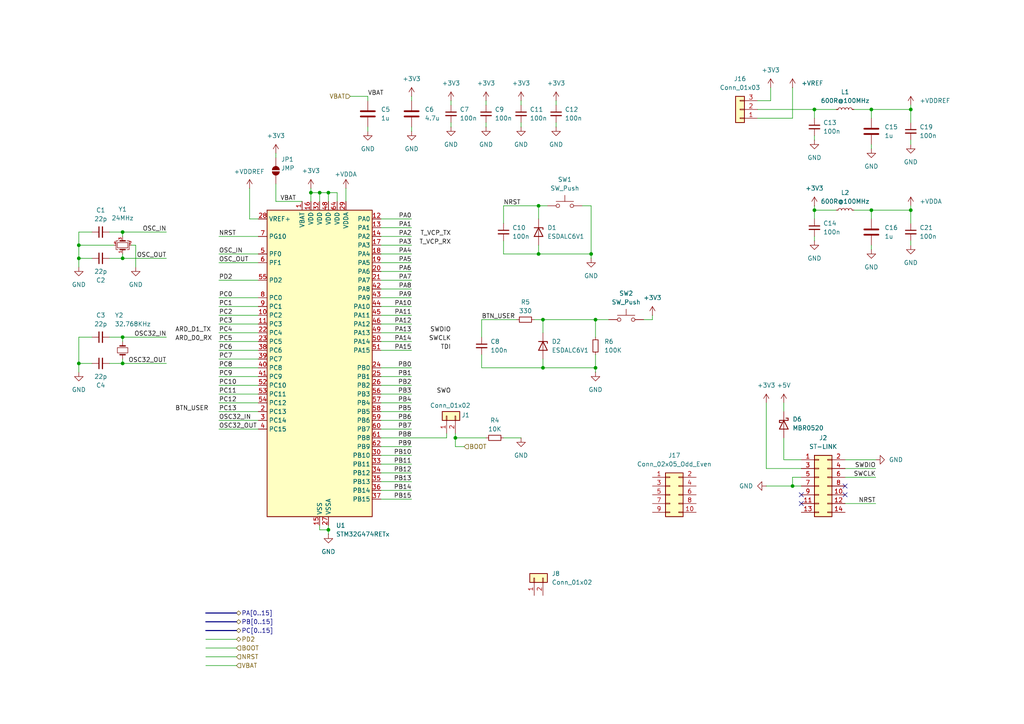
<source format=kicad_sch>
(kicad_sch (version 20231120) (generator "eeschema") (generator_version "8.0")
  (paper "A4")
  (lib_symbols
    (symbol "Connector_Generic:Conn_01x02" (pin_names (offset 1.016) hide)
      (property "Reference" "J" (at 0 2.54 0))
      (property "Value" "Conn_01x02" (at 0 -5.08 0))
      (symbol "Conn_01x02_1_1"
        (pin passive line (at -5.08 0 0) (length 3.81) (name "Pin_1") (number "1"))
        (pin passive line (at -5.08 -2.54 0) (length 3.81) (name "Pin_2") (number "2"))
      )
    )
    (symbol "Connector_Generic:Conn_01x03" (pin_names (offset 1.016) hide)
      (property "Reference" "J" (at 0 5.08 0))
      (property "Value" "Conn_01x03" (at 0 -5.08 0))
      (symbol "Conn_01x03_1_1"
        (pin passive line (at -5.08 2.54 0) (length 3.81) (name "Pin_1") (number "1"))
        (pin passive line (at -5.08 0 0) (length 3.81) (name "Pin_2") (number "2"))
        (pin passive line (at -5.08 -2.54 0) (length 3.81) (name "Pin_3") (number "3"))
      )
    )
    (symbol "Connector_Generic:Conn_02x05_Odd_Even" (pin_names (offset 1.016) hide)
      (property "Reference" "J" (at 1.27 7.62 0))
      (property "Value" "Conn_02x05_Odd_Even" (at 1.27 -7.62 0))
      (symbol "Conn_02x05_Odd_Even_1_1"
        (pin passive line (at -5.08 5.08 0) (length 3.81) (name "Pin_1") (number "1"))
        (pin passive line (at 7.62 -5.08 180) (length 3.81) (name "Pin_10") (number "10"))
        (pin passive line (at 7.62 5.08 180) (length 3.81) (name "Pin_2") (number "2"))
        (pin passive line (at -5.08 2.54 0) (length 3.81) (name "Pin_3") (number "3"))
        (pin passive line (at 7.62 2.54 180) (length 3.81) (name "Pin_4") (number "4"))
        (pin passive line (at -5.08 0 0) (length 3.81) (name "Pin_5") (number "5"))
        (pin passive line (at 7.62 0 180) (length 3.81) (name "Pin_6") (number "6"))
        (pin passive line (at -5.08 -2.54 0) (length 3.81) (name "Pin_7") (number "7"))
        (pin passive line (at 7.62 -2.54 180) (length 3.81) (name "Pin_8") (number "8"))
        (pin passive line (at -5.08 -5.08 0) (length 3.81) (name "Pin_9") (number "9"))
      )
    )
    (symbol "Connector_Generic:Conn_02x07_Odd_Even" (pin_names (offset 1.016) hide)
      (property "Reference" "J" (at 1.27 10.16 0))
      (property "Value" "Conn_02x07_Odd_Even" (at 1.27 -10.16 0))
      (symbol "Conn_02x07_Odd_Even_1_1"
        (pin passive line (at -5.08 7.62 0) (length 3.81) (name "Pin_1") (number "1"))
        (pin passive line (at 7.62 -2.54 180) (length 3.81) (name "Pin_10") (number "10"))
        (pin passive line (at -5.08 -5.08 0) (length 3.81) (name "Pin_11") (number "11"))
        (pin passive line (at 7.62 -5.08 180) (length 3.81) (name "Pin_12") (number "12"))
        (pin passive line (at -5.08 -7.62 0) (length 3.81) (name "Pin_13") (number "13"))
        (pin passive line (at 7.62 -7.62 180) (length 3.81) (name "Pin_14") (number "14"))
        (pin passive line (at 7.62 7.62 180) (length 3.81) (name "Pin_2") (number "2"))
        (pin passive line (at -5.08 5.08 0) (length 3.81) (name "Pin_3") (number "3"))
        (pin passive line (at 7.62 5.08 180) (length 3.81) (name "Pin_4") (number "4"))
        (pin passive line (at -5.08 2.54 0) (length 3.81) (name "Pin_5") (number "5"))
        (pin passive line (at 7.62 2.54 180) (length 3.81) (name "Pin_6") (number "6"))
        (pin passive line (at -5.08 0 0) (length 3.81) (name "Pin_7") (number "7"))
        (pin passive line (at 7.62 0 180) (length 3.81) (name "Pin_8") (number "8"))
        (pin passive line (at -5.08 -2.54 0) (length 3.81) (name "Pin_9") (number "9"))
      )
    )
    (symbol "Device:C" (pin_numbers hide) (pin_names (offset 0.254))
      (property "Reference" "C" (at 0.635 2.54 0))
      (property "Value" "C" (at 0.635 -2.54 0))
      (symbol "C_1_1"
        (pin passive line (at 0 3.81 270) (length 2.794) (name "~") (number "1"))
        (pin passive line (at 0 -3.81 90) (length 2.794) (name "~") (number "2"))
      )
    )
    (symbol "Device:C_Small" (pin_numbers hide) (pin_names (offset 0.254) hide)
      (property "Reference" "C" (at 0.254 1.778 0))
      (property "Value" "C_Small" (at 0.254 -2.032 0))
      (symbol "C_Small_1_1"
        (pin passive line (at 0 2.54 270) (length 2.032) (name "~") (number "1"))
        (pin passive line (at 0 -2.54 90) (length 2.032) (name "~") (number "2"))
      )
    )
    (symbol "Device:Crystal_GND24_Small" (pin_names (offset 1.016) hide)
      (property "Reference" "Y" (at 1.27 4.445 0))
      (property "Value" "Crystal_GND24_Small" (at 1.27 2.54 0))
      (symbol "Crystal_GND24_Small_1_1"
        (pin passive line (at -2.54 0 0) (length 1.27) (name "1") (number "1"))
        (pin passive line (at 0 -2.54 90) (length 0.635) (name "2") (number "2"))
        (pin passive line (at 2.54 0 180) (length 1.27) (name "3") (number "3"))
        (pin passive line (at 0 2.54 270) (length 0.635) (name "4") (number "4"))
      )
    )
    (symbol "Device:Crystal_Small" (pin_numbers hide) (pin_names (offset 1.016) hide)
      (property "Reference" "Y" (at 0 2.54 0))
      (property "Value" "Crystal_Small" (at 0 -2.54 0))
      (symbol "Crystal_Small_1_1"
        (pin passive line (at -2.54 0 0) (length 1.27) (name "1") (number "1"))
        (pin passive line (at 2.54 0 180) (length 1.27) (name "2") (number "2"))
      )
    )
    (symbol "Device:L_Small" (pin_numbers hide) (pin_names (offset 0.254) hide)
      (property "Reference" "L" (at 0.762 1.016 0))
      (property "Value" "L_Small" (at 0.762 -1.016 0))
      (symbol "L_Small_1_1"
        (pin passive line (at 0 2.54 270) (length 0.508) (name "~") (number "1"))
        (pin passive line (at 0 -2.54 90) (length 0.508) (name "~") (number "2"))
      )
    )
    (symbol "Device:R_Small" (pin_numbers hide) (pin_names (offset 0.254) hide)
      (property "Reference" "R" (at 0.762 0.508 0))
      (property "Value" "R_Small" (at 0.762 -1.016 0))
      (symbol "R_Small_1_1"
        (pin passive line (at 0 2.54 270) (length 0.762) (name "~") (number "1"))
        (pin passive line (at 0 -2.54 90) (length 0.762) (name "~") (number "2"))
      )
    )
    (symbol "Diode:ESD5Zxx" (pin_numbers hide) (pin_names hide)
      (property "Reference" "D" (at 0 2.54 0))
      (property "Value" "ESD5Zxx" (at 0 -2.54 0))
      (symbol "ESD5Zxx_1_1"
        (pin passive line (at -3.81 0 0) (length 2.54) (name "K") (number "1"))
        (pin passive line (at 3.81 0 180) (length 2.54) (name "A") (number "2"))
      )
    )
    (symbol "Diode:MBR0520" (pin_numbers hide) (pin_names (offset 1.016) hide)
      (property "Reference" "D" (at 0 2.54 0))
      (property "Value" "MBR0520" (at 0 -2.54 0))
      (symbol "MBR0520_1_1"
        (pin passive line (at -3.81 0 0) (length 2.54) (name "K") (number "1"))
        (pin passive line (at 3.81 0 180) (length 2.54) (name "A") (number "2"))
      )
    )
    (symbol "Jumper:SolderJumper_2_Open" (pin_numbers hide) (pin_names (offset 0) hide) (exclude_from_sim yes) (in_bom no)
      (property "Reference" "JP" (at 0 2.032 0))
      (property "Value" "SolderJumper_2_Open" (at 0 -2.54 0))
      (symbol "SolderJumper_2_Open_1_1"
        (pin passive line (at -3.81 0 0) (length 2.54) (name "A") (number "1"))
        (pin passive line (at 3.81 0 180) (length 2.54) (name "B") (number "2"))
      )
    )
    (symbol "MCU_ST_STM32G4:STM32G474RETx"
      (property "Reference" "U" (at -15.24 46.99 0))
      (property "Value" "STM32G474RETx" (at 10.16 46.99 0))
      (symbol "STM32G474RETx_1_1"
        (pin power_in line (at -5.08 48.26 270) (length 2.54) (name "VBAT") (number "1"))
        (pin bidirectional line (at -17.78 15.24 0) (length 2.54) (name "PC2") (number "10"))
        (pin bidirectional line (at -17.78 12.7 0) (length 2.54) (name "PC3") (number "11"))
        (pin bidirectional line (at 17.78 43.18 180) (length 2.54) (name "PA0") (number "12"))
        (pin bidirectional line (at 17.78 40.64 180) (length 2.54) (name "PA1") (number "13"))
        (pin bidirectional line (at 17.78 38.1 180) (length 2.54) (name "PA2") (number "14"))
        (pin power_in line (at 0 -45.72 90) (length 2.54) (name "VSS") (number "15"))
        (pin power_in line (at -2.54 48.26 270) (length 2.54) (name "VDD") (number "16"))
        (pin bidirectional line (at 17.78 35.56 180) (length 2.54) (name "PA3") (number "17"))
        (pin bidirectional line (at 17.78 33.02 180) (length 2.54) (name "PA4") (number "18"))
        (pin bidirectional line (at 17.78 30.48 180) (length 2.54) (name "PA5") (number "19"))
        (pin bidirectional line (at -17.78 -12.7 0) (length 2.54) (name "PC13") (number "2"))
        (pin bidirectional line (at 17.78 27.94 180) (length 2.54) (name "PA6") (number "20"))
        (pin bidirectional line (at 17.78 25.4 180) (length 2.54) (name "PA7") (number "21"))
        (pin bidirectional line (at -17.78 10.16 0) (length 2.54) (name "PC4") (number "22"))
        (pin bidirectional line (at -17.78 7.62 0) (length 2.54) (name "PC5") (number "23"))
        (pin bidirectional line (at 17.78 0 180) (length 2.54) (name "PB0") (number "24"))
        (pin bidirectional line (at 17.78 -2.54 180) (length 2.54) (name "PB1") (number "25"))
        (pin bidirectional line (at 17.78 -5.08 180) (length 2.54) (name "PB2") (number "26"))
        (pin power_in line (at 2.54 -45.72 90) (length 2.54) (name "VSSA") (number "27"))
        (pin input line (at -17.78 43.18 0) (length 2.54) (name "VREF+") (number "28"))
        (pin power_in line (at 7.62 48.26 270) (length 2.54) (name "VDDA") (number "29"))
        (pin bidirectional line (at -17.78 -15.24 0) (length 2.54) (name "PC14") (number "3"))
        (pin bidirectional line (at 17.78 -25.4 180) (length 2.54) (name "PB10") (number "30"))
        (pin passive line (at 0 -45.72 90) (length 2.54) hide (name "VSS") (number "31"))
        (pin power_in line (at 0 48.26 270) (length 2.54) (name "VDD") (number "32"))
        (pin bidirectional line (at 17.78 -27.94 180) (length 2.54) (name "PB11") (number "33"))
        (pin bidirectional line (at 17.78 -30.48 180) (length 2.54) (name "PB12") (number "34"))
        (pin bidirectional line (at 17.78 -33.02 180) (length 2.54) (name "PB13") (number "35"))
        (pin bidirectional line (at 17.78 -35.56 180) (length 2.54) (name "PB14") (number "36"))
        (pin bidirectional line (at 17.78 -38.1 180) (length 2.54) (name "PB15") (number "37"))
        (pin bidirectional line (at -17.78 5.08 0) (length 2.54) (name "PC6") (number "38"))
        (pin bidirectional line (at -17.78 2.54 0) (length 2.54) (name "PC7") (number "39"))
        (pin bidirectional line (at -17.78 -17.78 0) (length 2.54) (name "PC15") (number "4"))
        (pin bidirectional line (at -17.78 0 0) (length 2.54) (name "PC8") (number "40"))
        (pin bidirectional line (at -17.78 -2.54 0) (length 2.54) (name "PC9") (number "41"))
        (pin bidirectional line (at 17.78 22.86 180) (length 2.54) (name "PA8") (number "42"))
        (pin bidirectional line (at 17.78 20.32 180) (length 2.54) (name "PA9") (number "43"))
        (pin bidirectional line (at 17.78 17.78 180) (length 2.54) (name "PA10") (number "44"))
        (pin bidirectional line (at 17.78 15.24 180) (length 2.54) (name "PA11") (number "45"))
        (pin bidirectional line (at 17.78 12.7 180) (length 2.54) (name "PA12") (number "46"))
        (pin passive line (at 0 -45.72 90) (length 2.54) hide (name "VSS") (number "47"))
        (pin power_in line (at 2.54 48.26 270) (length 2.54) (name "VDD") (number "48"))
        (pin bidirectional line (at 17.78 10.16 180) (length 2.54) (name "PA13") (number "49"))
        (pin bidirectional line (at -17.78 33.02 0) (length 2.54) (name "PF0") (number "5"))
        (pin bidirectional line (at 17.78 7.62 180) (length 2.54) (name "PA14") (number "50"))
        (pin bidirectional line (at 17.78 5.08 180) (length 2.54) (name "PA15") (number "51"))
        (pin bidirectional line (at -17.78 -5.08 0) (length 2.54) (name "PC10") (number "52"))
        (pin bidirectional line (at -17.78 -7.62 0) (length 2.54) (name "PC11") (number "53"))
        (pin bidirectional line (at -17.78 -10.16 0) (length 2.54) (name "PC12") (number "54"))
        (pin bidirectional line (at -17.78 25.4 0) (length 2.54) (name "PD2") (number "55"))
        (pin bidirectional line (at 17.78 -7.62 180) (length 2.54) (name "PB3") (number "56"))
        (pin bidirectional line (at 17.78 -10.16 180) (length 2.54) (name "PB4") (number "57"))
        (pin bidirectional line (at 17.78 -12.7 180) (length 2.54) (name "PB5") (number "58"))
        (pin bidirectional line (at 17.78 -15.24 180) (length 2.54) (name "PB6") (number "59"))
        (pin bidirectional line (at -17.78 30.48 0) (length 2.54) (name "PF1") (number "6"))
        (pin bidirectional line (at 17.78 -17.78 180) (length 2.54) (name "PB7") (number "60"))
        (pin bidirectional line (at 17.78 -20.32 180) (length 2.54) (name "PB8") (number "61"))
        (pin bidirectional line (at 17.78 -22.86 180) (length 2.54) (name "PB9") (number "62"))
        (pin passive line (at 0 -45.72 90) (length 2.54) hide (name "VSS") (number "63"))
        (pin power_in line (at 5.08 48.26 270) (length 2.54) (name "VDD") (number "64"))
        (pin bidirectional line (at -17.78 38.1 0) (length 2.54) (name "PG10") (number "7"))
        (pin bidirectional line (at -17.78 20.32 0) (length 2.54) (name "PC0") (number "8"))
        (pin bidirectional line (at -17.78 17.78 0) (length 2.54) (name "PC1") (number "9"))
      )
    )
    (symbol "Switch:SW_Push" (pin_numbers hide) (pin_names (offset 1.016) hide)
      (property "Reference" "SW" (at 1.27 2.54 0))
      (property "Value" "SW_Push" (at 0 -1.524 0))
      (symbol "SW_Push_0_1"
        (pin passive line (at -5.08 0 0) (length 2.54) (name "1") (number "1"))
        (pin passive line (at 5.08 0 180) (length 2.54) (name "2") (number "2"))
      )
    )
    (symbol "power:+3V3" (power) (pin_numbers hide) (pin_names (offset 0) hide)
      (property "Value" "+3V3" (at 0 3.556 0))
      (symbol "+3V3_1_1"
        (pin power_in line (at 0 0 90) (length 0) (name "~") (number "1"))
      )
    )
    (symbol "power:+5V" (power) (pin_numbers hide) (pin_names (offset 0) hide)
      (property "Value" "+5V" (at 0 3.556 0))
      (symbol "+5V_1_1"
        (pin power_in line (at 0 0 90) (length 0) (name "~") (number "1"))
      )
    )
    (symbol "power:GND" (power) (pin_numbers hide) (pin_names (offset 0) hide)
      (property "Value" "GND" (at 0 -3.81 0))
      (symbol "GND_1_1"
        (pin power_in line (at 0 0 270) (length 0) (name "~") (number "1"))
      )
    )
  )
  (junction (at 156.21 73.66))
  (junction (at 90.17 55.88))
  (junction (at 22.86 74.93))
  (junction (at 132.08 127))
  (junction (at 264.16 60.96))
  (junction (at 35.56 74.93))
  (junction (at 35.56 67.31))
  (junction (at 236.22 60.96))
  (junction (at 157.48 106.68))
  (junction (at 95.25 55.88))
  (junction (at 252.73 31.75))
  (junction (at 22.86 105.41))
  (junction (at 172.72 92.71))
  (junction (at 236.22 31.75))
  (junction (at 252.73 60.96))
  (junction (at 35.56 105.41))
  (junction (at 35.56 97.79))
  (junction (at 92.71 55.88))
  (junction (at 157.48 92.71))
  (junction (at 171.45 73.66))
  (junction (at 95.25 153.67))
  (junction (at 156.21 59.69))
  (junction (at 172.72 106.68))
  (junction (at 229.87 140.97))
  (junction (at 22.86 71.12))
  (junction (at 264.16 31.75))
  (no_connect (at 245.11 140.97))
  (no_connect (at 232.41 146.05))
  (no_connect (at 232.41 143.51))
  (no_connect (at 245.11 143.51))
  (wire (pts (xy 119.38 111.76) (xy 110.49 111.76)))
  (wire (pts (xy 95.25 55.88) (xy 97.79 55.88)))
  (wire (pts (xy 95.25 154.94) (xy 95.25 153.67)))
  (wire (pts (xy 35.56 67.31) (xy 48.26 67.31)))
  (wire (pts (xy 172.72 92.71) (xy 176.53 92.71)))
  (wire (pts (xy 35.56 105.41) (xy 48.26 105.41)))
  (wire (pts (xy 63.5 88.9) (xy 74.93 88.9)))
  (wire (pts (xy 264.16 59.69) (xy 264.16 60.96)))
  (bus (pts (xy 59.69 180.34) (xy 68.58 180.34)))
  (wire (pts (xy 222.25 135.89) (xy 232.41 135.89)))
  (wire (pts (xy 119.38 121.92) (xy 110.49 121.92)))
  (wire (pts (xy 63.5 96.52) (xy 74.93 96.52)))
  (wire (pts (xy 119.38 38.1) (xy 119.38 36.83)))
  (wire (pts (xy 229.87 34.29) (xy 219.71 34.29)))
  (wire (pts (xy 229.87 138.43) (xy 229.87 140.97)))
  (wire (pts (xy 146.05 59.69) (xy 146.05 64.77)))
  (wire (pts (xy 63.5 111.76) (xy 74.93 111.76)))
  (wire (pts (xy 63.5 109.22) (xy 74.93 109.22)))
  (wire (pts (xy 63.5 124.46) (xy 74.93 124.46)))
  (wire (pts (xy 80.01 44.45) (xy 80.01 45.72)))
  (wire (pts (xy 63.5 68.58) (xy 74.93 68.58)))
  (wire (pts (xy 264.16 31.75) (xy 252.73 31.75)))
  (wire (pts (xy 63.5 73.66) (xy 74.93 73.66)))
  (wire (pts (xy 119.38 101.6) (xy 110.49 101.6)))
  (wire (pts (xy 252.73 72.39) (xy 252.73 71.12)))
  (wire (pts (xy 222.25 140.97) (xy 229.87 140.97)))
  (wire (pts (xy 140.97 36.83) (xy 140.97 35.56)))
  (wire (pts (xy 22.86 71.12) (xy 22.86 74.93)))
  (wire (pts (xy 227.33 127) (xy 227.33 133.35)))
  (wire (pts (xy 229.87 25.4) (xy 229.87 34.29)))
  (wire (pts (xy 31.75 67.31) (xy 35.56 67.31)))
  (wire (pts (xy 252.73 31.75) (xy 252.73 34.29)))
  (wire (pts (xy 156.21 71.12) (xy 156.21 73.66)))
  (wire (pts (xy 132.08 129.54) (xy 132.08 127)))
  (wire (pts (xy 35.56 74.93) (xy 48.26 74.93)))
  (wire (pts (xy 59.69 193.04) (xy 68.58 193.04)))
  (wire (pts (xy 59.69 187.96) (xy 68.58 187.96)))
  (wire (pts (xy 31.75 97.79) (xy 35.56 97.79)))
  (wire (pts (xy 264.16 31.75) (xy 264.16 35.56)))
  (wire (pts (xy 172.72 102.87) (xy 172.72 106.68)))
  (wire (pts (xy 92.71 152.4) (xy 92.71 153.67)))
  (wire (pts (xy 22.86 67.31) (xy 22.86 71.12)))
  (wire (pts (xy 31.75 105.41) (xy 35.56 105.41)))
  (wire (pts (xy 132.08 127) (xy 140.97 127)))
  (wire (pts (xy 119.38 91.44) (xy 110.49 91.44)))
  (wire (pts (xy 154.94 92.71) (xy 157.48 92.71)))
  (wire (pts (xy 161.29 36.83) (xy 161.29 35.56)))
  (wire (pts (xy 119.38 73.66) (xy 110.49 73.66)))
  (wire (pts (xy 172.72 92.71) (xy 172.72 97.79)))
  (wire (pts (xy 119.38 134.62) (xy 110.49 134.62)))
  (wire (pts (xy 100.33 54.61) (xy 100.33 58.42)))
  (wire (pts (xy 92.71 153.67) (xy 95.25 153.67)))
  (wire (pts (xy 22.86 97.79) (xy 22.86 105.41)))
  (wire (pts (xy 157.48 106.68) (xy 172.72 106.68)))
  (wire (pts (xy 132.08 127) (xy 132.08 125.73)))
  (wire (pts (xy 38.1 71.12) (xy 39.37 71.12)))
  (wire (pts (xy 168.91 59.69) (xy 171.45 59.69)))
  (wire (pts (xy 247.65 31.75) (xy 252.73 31.75)))
  (wire (pts (xy 189.23 92.71) (xy 189.23 91.44)))
  (wire (pts (xy 157.48 92.71) (xy 172.72 92.71)))
  (wire (pts (xy 59.69 190.5) (xy 68.58 190.5)))
  (wire (pts (xy 90.17 55.88) (xy 92.71 55.88)))
  (wire (pts (xy 171.45 59.69) (xy 171.45 73.66)))
  (wire (pts (xy 90.17 55.88) (xy 90.17 58.42)))
  (wire (pts (xy 236.22 59.69) (xy 236.22 60.96)))
  (wire (pts (xy 95.25 153.67) (xy 95.25 152.4)))
  (wire (pts (xy 106.68 38.1) (xy 106.68 36.83)))
  (wire (pts (xy 119.38 129.54) (xy 110.49 129.54)))
  (wire (pts (xy 63.5 114.3) (xy 74.93 114.3)))
  (wire (pts (xy 35.56 67.31) (xy 35.56 68.58)))
  (wire (pts (xy 119.38 124.46) (xy 110.49 124.46)))
  (wire (pts (xy 119.38 116.84) (xy 110.49 116.84)))
  (wire (pts (xy 119.38 66.04) (xy 110.49 66.04)))
  (wire (pts (xy 22.86 71.12) (xy 33.02 71.12)))
  (wire (pts (xy 242.57 31.75) (xy 236.22 31.75)))
  (wire (pts (xy 63.5 99.06) (xy 74.93 99.06)))
  (wire (pts (xy 172.72 106.68) (xy 172.72 107.95)))
  (wire (pts (xy 161.29 29.21) (xy 161.29 30.48)))
  (wire (pts (xy 63.5 86.36) (xy 74.93 86.36)))
  (wire (pts (xy 119.38 88.9) (xy 110.49 88.9)))
  (wire (pts (xy 254 146.05) (xy 245.11 146.05)))
  (wire (pts (xy 119.38 63.5) (xy 110.49 63.5)))
  (wire (pts (xy 119.38 106.68) (xy 110.49 106.68)))
  (wire (pts (xy 35.56 97.79) (xy 35.56 99.06)))
  (wire (pts (xy 219.71 31.75) (xy 236.22 31.75)))
  (wire (pts (xy 80.01 58.42) (xy 87.63 58.42)))
  (wire (pts (xy 97.79 55.88) (xy 97.79 58.42)))
  (wire (pts (xy 254 135.89) (xy 245.11 135.89)))
  (wire (pts (xy 119.38 78.74) (xy 110.49 78.74)))
  (wire (pts (xy 140.97 29.21) (xy 140.97 30.48)))
  (wire (pts (xy 264.16 60.96) (xy 264.16 64.77)))
  (wire (pts (xy 156.21 59.69) (xy 146.05 59.69)))
  (wire (pts (xy 95.25 55.88) (xy 95.25 58.42)))
  (wire (pts (xy 119.38 86.36) (xy 110.49 86.36)))
  (wire (pts (xy 254 133.35) (xy 245.11 133.35)))
  (wire (pts (xy 119.38 139.7) (xy 110.49 139.7)))
  (wire (pts (xy 22.86 74.93) (xy 22.86 77.47)))
  (wire (pts (xy 119.38 83.82) (xy 110.49 83.82)))
  (wire (pts (xy 80.01 53.34) (xy 80.01 58.42)))
  (wire (pts (xy 35.56 74.93) (xy 35.56 73.66)))
  (wire (pts (xy 63.5 91.44) (xy 74.93 91.44)))
  (wire (pts (xy 151.13 36.83) (xy 151.13 35.56)))
  (wire (pts (xy 119.38 93.98) (xy 110.49 93.98)))
  (wire (pts (xy 39.37 71.12) (xy 39.37 77.47)))
  (wire (pts (xy 229.87 140.97) (xy 232.41 140.97)))
  (wire (pts (xy 158.75 59.69) (xy 156.21 59.69)))
  (wire (pts (xy 130.81 36.83) (xy 130.81 35.56)))
  (wire (pts (xy 63.5 116.84) (xy 74.93 116.84)))
  (wire (pts (xy 22.86 105.41) (xy 22.86 107.95)))
  (wire (pts (xy 22.86 105.41) (xy 26.67 105.41)))
  (wire (pts (xy 219.71 29.21) (xy 223.52 29.21)))
  (wire (pts (xy 252.73 60.96) (xy 252.73 63.5)))
  (wire (pts (xy 236.22 40.64) (xy 236.22 39.37)))
  (wire (pts (xy 264.16 71.12) (xy 264.16 69.85)))
  (wire (pts (xy 130.81 29.21) (xy 130.81 30.48)))
  (wire (pts (xy 59.69 185.42) (xy 68.58 185.42)))
  (wire (pts (xy 156.21 59.69) (xy 156.21 63.5)))
  (bus (pts (xy 59.69 177.8) (xy 68.58 177.8)))
  (wire (pts (xy 90.17 54.61) (xy 90.17 55.88)))
  (wire (pts (xy 119.38 137.16) (xy 110.49 137.16)))
  (wire (pts (xy 26.67 67.31) (xy 22.86 67.31)))
  (wire (pts (xy 119.38 142.24) (xy 110.49 142.24)))
  (wire (pts (xy 146.05 73.66) (xy 156.21 73.66)))
  (wire (pts (xy 236.22 60.96) (xy 236.22 63.5)))
  (wire (pts (xy 119.38 96.52) (xy 110.49 96.52)))
  (wire (pts (xy 232.41 138.43) (xy 229.87 138.43)))
  (wire (pts (xy 35.56 97.79) (xy 48.26 97.79)))
  (wire (pts (xy 106.68 27.94) (xy 106.68 29.21)))
  (wire (pts (xy 264.16 30.48) (xy 264.16 31.75)))
  (wire (pts (xy 119.38 109.22) (xy 110.49 109.22)))
  (wire (pts (xy 157.48 104.14) (xy 157.48 106.68)))
  (bus (pts (xy 59.69 182.88) (xy 68.58 182.88)))
  (wire (pts (xy 119.38 81.28) (xy 110.49 81.28)))
  (wire (pts (xy 171.45 73.66) (xy 171.45 74.93)))
  (wire (pts (xy 63.5 101.6) (xy 74.93 101.6)))
  (wire (pts (xy 101.6 27.94) (xy 106.68 27.94)))
  (wire (pts (xy 72.39 63.5) (xy 74.93 63.5)))
  (wire (pts (xy 186.69 92.71) (xy 189.23 92.71)))
  (wire (pts (xy 139.7 106.68) (xy 157.48 106.68)))
  (wire (pts (xy 72.39 54.61) (xy 72.39 63.5)))
  (wire (pts (xy 151.13 29.21) (xy 151.13 30.48)))
  (wire (pts (xy 129.54 125.73) (xy 129.54 127)))
  (wire (pts (xy 31.75 74.93) (xy 35.56 74.93)))
  (wire (pts (xy 236.22 69.85) (xy 236.22 68.58)))
  (wire (pts (xy 139.7 92.71) (xy 149.86 92.71)))
  (wire (pts (xy 252.73 43.18) (xy 252.73 41.91)))
  (wire (pts (xy 63.5 76.2) (xy 74.93 76.2)))
  (wire (pts (xy 119.38 76.2) (xy 110.49 76.2)))
  (wire (pts (xy 236.22 31.75) (xy 236.22 34.29)))
  (wire (pts (xy 227.33 116.84) (xy 227.33 119.38)))
  (wire (pts (xy 119.38 71.12) (xy 110.49 71.12)))
  (wire (pts (xy 134.62 129.54) (xy 132.08 129.54)))
  (wire (pts (xy 264.16 60.96) (xy 252.73 60.96)))
  (wire (pts (xy 63.5 106.68) (xy 74.93 106.68)))
  (wire (pts (xy 146.05 127) (xy 151.13 127)))
  (wire (pts (xy 119.38 114.3) (xy 110.49 114.3)))
  (wire (pts (xy 119.38 99.06) (xy 110.49 99.06)))
  (wire (pts (xy 119.38 132.08) (xy 110.49 132.08)))
  (wire (pts (xy 92.71 55.88) (xy 92.71 58.42)))
  (wire (pts (xy 110.49 127) (xy 129.54 127)))
  (wire (pts (xy 119.38 27.94) (xy 119.38 29.21)))
  (wire (pts (xy 264.16 41.91) (xy 264.16 40.64)))
  (wire (pts (xy 223.52 29.21) (xy 223.52 25.4)))
  (wire (pts (xy 63.5 121.92) (xy 74.93 121.92)))
  (wire (pts (xy 242.57 60.96) (xy 236.22 60.96)))
  (wire (pts (xy 63.5 93.98) (xy 74.93 93.98)))
  (wire (pts (xy 63.5 119.38) (xy 74.93 119.38)))
  (wire (pts (xy 26.67 97.79) (xy 22.86 97.79)))
  (wire (pts (xy 227.33 133.35) (xy 232.41 133.35)))
  (wire (pts (xy 222.25 116.84) (xy 222.25 135.89)))
  (wire (pts (xy 157.48 92.71) (xy 157.48 96.52)))
  (wire (pts (xy 35.56 105.41) (xy 35.56 104.14)))
  (wire (pts (xy 139.7 102.87) (xy 139.7 106.68)))
  (wire (pts (xy 63.5 104.14) (xy 74.93 104.14)))
  (wire (pts (xy 139.7 92.71) (xy 139.7 97.79)))
  (wire (pts (xy 119.38 119.38) (xy 110.49 119.38)))
  (wire (pts (xy 22.86 74.93) (xy 26.67 74.93)))
  (wire (pts (xy 92.71 55.88) (xy 95.25 55.88)))
  (wire (pts (xy 146.05 69.85) (xy 146.05 73.66)))
  (wire (pts (xy 156.21 73.66) (xy 171.45 73.66)))
  (wire (pts (xy 254 138.43) (xy 245.11 138.43)))
  (wire (pts (xy 247.65 60.96) (xy 252.73 60.96)))
  (wire (pts (xy 63.5 81.28) (xy 74.93 81.28)))
  (wire (pts (xy 119.38 144.78) (xy 110.49 144.78)))
  (wire (pts (xy 119.38 68.58) (xy 110.49 68.58)))
  (label "PA9" (at 119.38 86.36 180))
  (label "BTN_USER" (at 50.8 119.38 0))
  (label "PB6" (at 119.38 121.92 180))
  (label "OSC_IN" (at 48.26 67.31 180))
  (label "VBAT" (at 106.68 27.94 0))
  (label "PC6" (at 63.5 101.6 0))
  (label "PB12" (at 119.38 137.16 180))
  (label "PA2" (at 119.38 68.58 180))
  (label "VBAT" (at 81.28 58.42 0))
  (label "PA11" (at 119.38 91.44 180))
  (label "SWCLK" (at 254 138.43 180))
  (label "OSC32_OUT" (at 63.5 124.46 0))
  (label "PA10" (at 119.38 88.9 180))
  (label "PB1" (at 119.38 109.22 180))
  (label "PA5" (at 119.38 76.2 180))
  (label "PB10" (at 119.38 132.08 180))
  (label "PA1" (at 119.38 66.04 180))
  (label "PB0" (at 119.38 106.68 180))
  (label "PA6" (at 119.38 78.74 180))
  (label "PC3" (at 63.5 93.98 0))
  (label "OSC_IN" (at 63.5 73.66 0))
  (label "ARD_D0_RX" (at 50.8 99.06 0))
  (label "NRST" (at 63.5 68.58 0))
  (label "NRST" (at 254 146.05 180))
  (label "PA3" (at 119.38 71.12 180))
  (label "PA15" (at 119.38 101.6 180))
  (label "PB9" (at 119.38 129.54 180))
  (label "T_VCP_TX" (at 130.81 68.58 180))
  (label "SWCLK" (at 130.81 99.06 180))
  (label "PA13" (at 119.38 96.52 180))
  (label "PA8" (at 119.38 83.82 180))
  (label "PC13" (at 63.5 119.38 0))
  (label "PA12" (at 119.38 93.98 180))
  (label "PB15" (at 119.38 144.78 180))
  (label "PC5" (at 63.5 99.06 0))
  (label "OSC32_IN" (at 63.5 121.92 0))
  (label "PC11" (at 63.5 114.3 0))
  (label "PB8" (at 119.38 127 180))
  (label "OSC32_IN" (at 48.26 97.79 180))
  (label "PC0" (at 63.5 86.36 0))
  (label "PC8" (at 63.5 106.68 0))
  (label "PB11" (at 119.38 134.62 180))
  (label "PB7" (at 119.38 124.46 180))
  (label "PB2" (at 119.38 111.76 180))
  (label "SWDIO" (at 130.81 96.52 180))
  (label "SWO" (at 130.81 114.3 180))
  (label "PB4" (at 119.38 116.84 180))
  (label "PC7" (at 63.5 104.14 0))
  (label "PC12" (at 63.5 116.84 0))
  (label "PC4" (at 63.5 96.52 0))
  (label "PB3" (at 119.38 114.3 180))
  (label "PC2" (at 63.5 91.44 0))
  (label "SWDIO" (at 254 135.89 180))
  (label "PD2" (at 63.5 81.28 0))
  (label "ARD_D1_TX" (at 50.8 96.52 0))
  (label "OSC_OUT" (at 63.5 76.2 0))
  (label "PA4" (at 119.38 73.66 180))
  (label "PA0" (at 119.38 63.5 180))
  (label "PA14" (at 119.38 99.06 180))
  (label "PB5" (at 119.38 119.38 180))
  (label "TDI" (at 130.81 101.6 180))
  (label "PC1" (at 63.5 88.9 0))
  (label "PB13" (at 119.38 139.7 180))
  (label "PA7" (at 119.38 81.28 180))
  (label "OSC32_OUT" (at 48.26 105.41 180))
  (label "NRST" (at 146.05 59.69 0))
  (label "T_VCP_RX" (at 130.81 71.12 180))
  (label "PC9" (at 63.5 109.22 0))
  (label "PB14" (at 119.38 142.24 180))
  (label "OSC_OUT" (at 48.26 74.93 180))
  (label "PC10" (at 63.5 111.76 0))
  (label "BTN_USER" (at 139.7 92.71 0))
  (hierarchical_label "VBAT" (shape input) (at 101.6 27.94 180))
  (hierarchical_label "NRST" (shape input) (at 68.58 190.5 0))
  (hierarchical_label "PA[0..15]" (shape bidirectional) (at 68.58 177.8 0))
  (hierarchical_label "BOOT" (shape input) (at 68.58 187.96 0))
  (hierarchical_label "PC[0..15]" (shape bidirectional) (at 68.58 182.88 0))
  (hierarchical_label "PB[0..15]" (shape bidirectional) (at 68.58 180.34 0))
  (hierarchical_label "VBAT" (shape input) (at 68.58 193.04 0))
  (hierarchical_label "BOOT" (shape input) (at 134.62 129.54 0))
  (hierarchical_label "PD2" (shape bidirectional) (at 68.58 185.42 0))
  (symbol (lib_id "Device:L_Small") (at 245.11 60.96 90) (unit 1)
    (property "Reference" "L2" (at 245.11 55.88 90))
    (property "Value" "600R@100MHz" (at 245.11 58.42 90))
    (property "Footprint" "Inductor_SMD:L_0805_2012Metric_Pad1.05x1.20mm_HandSolder" (effects (hide yes)))
    (property "Description" "Inductor, small symbol" (effects (hide yes)))
    (property "JLCPCB Part #" "C1017" (effects (hide yes)))
  )
  (symbol (lib_id "power:+3V3") (at 229.87 25.4 0) (unit 1)
    (property "Reference" "#PWR025" (effects (hide yes)))
    (property "Value" "+VREF" (at 232.41 24.1299 0) (effects (justify left)))
    (property "Description" "Power symbol creates a global label with name \"+3V3\"" (effects (hide yes)))
  )
  (symbol (lib_id "power:GND") (at 95.25 154.94 0) (unit 1)
    (property "Reference" "#PWR07" (effects (hide yes)))
    (property "Value" "GND" (at 95.25 160.02 0))
    (property "Description" "Power symbol creates a global label with name \"GND\" , ground" (effects (hide yes)))
  )
  (symbol (lib_id "Device:C_Small") (at 29.21 105.41 90) (mirror x) (unit 1)
    (property "Reference" "C4" (at 29.2163 111.76 90))
    (property "Value" "22p" (at 29.2163 109.22 90))
    (property "Footprint" "Capacitor_SMD:C_0603_1608Metric" (effects (hide yes)))
    (property "Description" "Unpolarized capacitor, small symbol" (effects (hide yes)))
    (property "JLCPCB Part #" "C1653" (effects (hide yes)))
  )
  (symbol (lib_id "power:+3V3") (at 151.13 29.21 0) (unit 1)
    (property "Reference" "#PWR016" (effects (hide yes)))
    (property "Value" "+3V3" (at 151.13 24.13 0))
    (property "Description" "Power symbol creates a global label with name \"+3V3\"" (effects (hide yes)))
  )
  (symbol (lib_id "power:GND") (at 222.25 140.97 270) (mirror x) (unit 1)
    (property "Reference" "#PWR069" (effects (hide yes)))
    (property "Value" "GND" (at 218.44 140.9699 90) (effects (justify right)))
    (property "Description" "Power symbol creates a global label with name \"GND\" , ground" (effects (hide yes)))
  )
  (symbol (lib_id "power:+3V3") (at 236.22 59.69 0) (unit 1)
    (property "Reference" "#PWR027" (effects (hide yes)))
    (property "Value" "+3V3" (at 236.22 54.61 0))
    (property "Description" "Power symbol creates a global label with name \"+3V3\"" (effects (hide yes)))
  )
  (symbol (lib_id "Device:C_Small") (at 236.22 66.04 0) (unit 1)
    (property "Reference" "C14" (at 238.76 64.7762 0) (effects (justify left)))
    (property "Value" "100n" (at 238.76 67.3162 0) (effects (justify left)))
    (property "Footprint" "Capacitor_SMD:C_0603_1608Metric" (effects (hide yes)))
    (property "Description" "Unpolarized capacitor, small symbol" (effects (hide yes)))
    (property "JLCPCB Part #" "C14663" (effects (hide yes)))
  )
  (symbol (lib_id "power:GND") (at 171.45 74.93 0) (unit 1)
    (property "Reference" "#PWR021" (effects (hide yes)))
    (property "Value" "GND" (at 171.45 80.01 0))
    (property "Description" "Power symbol creates a global label with name \"GND\" , ground" (effects (hide yes)))
  )
  (symbol (lib_id "Device:C_Small") (at 139.7 100.33 0) (unit 1)
    (property "Reference" "C8" (at 142.24 99.0662 0) (effects (justify left)))
    (property "Value" "100n" (at 142.24 101.6062 0) (effects (justify left)))
    (property "Footprint" "Capacitor_SMD:C_0603_1608Metric" (effects (hide yes)))
    (property "Description" "Unpolarized capacitor, small symbol" (effects (hide yes)))
    (property "JLCPCB Part #" "C14663" (effects (hide yes)))
  )
  (symbol (lib_id "power:+3V3") (at 264.16 59.69 0) (unit 1)
    (property "Reference" "#PWR036" (effects (hide yes)))
    (property "Value" "+VDDA" (at 266.7 58.4199 0) (effects (justify left)))
    (property "Description" "Power symbol creates a global label with name \"+3V3\"" (effects (hide yes)))
  )
  (symbol (lib_id "power:GND") (at 252.73 72.39 0) (unit 1)
    (property "Reference" "#PWR033" (effects (hide yes)))
    (property "Value" "GND" (at 252.73 77.47 0))
    (property "Description" "Power symbol creates a global label with name \"GND\" , ground" (effects (hide yes)))
  )
  (symbol (lib_id "Connector_Generic:Conn_01x02") (at 154.94 167.64 90) (unit 1) (in_bom no)
    (property "Reference" "J8" (at 160.02 166.3699 90) (effects (justify right)))
    (property "Value" "Conn_01x02" (at 160.02 168.9099 90) (effects (justify right)))
    (property "Footprint" "Connector_PinHeader_2.54mm:PinHeader_1x02_P2.54mm_Vertical" (effects (hide yes)))
    (property "Description" "Generic connector, single row, 01x02, script generated (kicad-library-utils/schlib/autogen/connector/)" (effects (hide yes)))
  )
  (symbol (lib_id "Diode:ESD5Zxx") (at 157.48 100.33 270) (unit 1)
    (property "Reference" "D2" (at 160.02 99.0599 90) (effects (justify left)))
    (property "Value" "ESDALC6V1" (at 160.02 101.5999 90) (effects (justify left)))
    (property "Footprint" "Diode_SMD:D_SOD-123F" (effects (hide yes)))
    (property "Datasheet" "https://www.onsemi.com/pdf/datasheet/esd5z2.5t1-d.pdf" (effects (hide yes)))
    (property "Description" "ESD Protection Diode, SOD-523" (effects (hide yes)))
    (property "JLCPCB Part #" "C2990473" (effects (hide yes)))
  )
  (symbol (lib_id "Device:Crystal_Small") (at 35.56 101.6 90) (unit 1)
    (property "Reference" "Y2" (at 33.274 91.44 90) (effects (justify right)))
    (property "Value" "32.768KHz" (at 33.274 93.98 90) (effects (justify right)))
    (property "Footprint" "Crystal:Crystal_SMD_3215-2Pin_3.2x1.5mm" (effects (hide yes)))
    (property "Description" "Two pin crystal, small symbol" (effects (hide yes)))
    (property "JLCPCB Part #" "C97606" (effects (hide yes)))
  )
  (symbol (lib_id "Switch:SW_Push") (at 163.83 59.69 0) (unit 1) (in_bom no)
    (property "Reference" "SW1" (at 163.83 52.07 0))
    (property "Value" "SW_Push" (at 163.83 54.61 0))
    (property "Footprint" "Button_Switch_THT:SW_PUSH_6mm_H5mm" (effects (hide yes)))
    (property "Description" "Push button switch, generic, two pins" (effects (hide yes)))
  )
  (symbol (lib_id "power:+3V3") (at 119.38 27.94 0) (unit 1)
    (property "Reference" "#PWR010" (effects (hide yes)))
    (property "Value" "+3V3" (at 119.38 22.86 0))
    (property "Description" "Power symbol creates a global label with name \"+3V3\"" (effects (hide yes)))
  )
  (symbol (lib_id "Device:C") (at 106.68 33.02 0) (unit 1)
    (property "Reference" "C5" (at 110.49 31.7499 0) (effects (justify left)))
    (property "Value" "1u" (at 110.49 34.2899 0) (effects (justify left)))
    (property "Footprint" "Capacitor_SMD:C_0805_2012Metric" (effects (hide yes)))
    (property "Description" "Unpolarized capacitor" (effects (hide yes)))
    (property "JLCPCB Part #" "C28323" (effects (hide yes)))
  )
  (symbol (lib_id "power:GND") (at 151.13 36.83 0) (unit 1)
    (property "Reference" "#PWR017" (effects (hide yes)))
    (property "Value" "GND" (at 151.13 41.91 0))
    (property "Description" "Power symbol creates a global label with name \"GND\" , ground" (effects (hide yes)))
  )
  (symbol (lib_id "Switch:SW_Push") (at 181.61 92.71 0) (unit 1) (in_bom no)
    (property "Reference" "SW2" (at 181.61 85.09 0))
    (property "Value" "SW_Push" (at 181.61 87.63 0))
    (property "Footprint" "Button_Switch_THT:SW_PUSH_6mm_H5mm" (effects (hide yes)))
    (property "Description" "Push button switch, generic, two pins" (effects (hide yes)))
  )
  (symbol (lib_id "power:GND") (at 254 133.35 90) (unit 1)
    (property "Reference" "#PWR068" (effects (hide yes)))
    (property "Value" "GND" (at 257.81 133.3499 90) (effects (justify right)))
    (property "Description" "Power symbol creates a global label with name \"GND\" , ground" (effects (hide yes)))
  )
  (symbol (lib_id "Device:L_Small") (at 245.11 31.75 90) (unit 1)
    (property "Reference" "L1" (at 245.11 26.67 90))
    (property "Value" "600R@100MHz" (at 245.11 29.21 90))
    (property "Footprint" "Inductor_SMD:L_0805_2012Metric_Pad1.05x1.20mm_HandSolder" (effects (hide yes)))
    (property "Description" "Inductor, small symbol" (effects (hide yes)))
    (property "JLCPCB Part #" "C1017" (effects (hide yes)))
  )
  (symbol (lib_id "Device:C_Small") (at 29.21 67.31 90) (unit 1)
    (property "Reference" "C1" (at 29.2163 60.96 90))
    (property "Value" "22p" (at 29.2163 63.5 90))
    (property "Footprint" "Capacitor_SMD:C_0603_1608Metric" (effects (hide yes)))
    (property "Description" "Unpolarized capacitor, small symbol" (effects (hide yes)))
    (property "JLCPCB Part #" "C1653" (effects (hide yes)))
  )
  (symbol (lib_id "power:+3V3") (at 264.16 30.48 0) (unit 1)
    (property "Reference" "#PWR034" (effects (hide yes)))
    (property "Value" "+VDDREF" (at 266.7 29.2099 0) (effects (justify left)))
    (property "Description" "Power symbol creates a global label with name \"+3V3\"" (effects (hide yes)))
  )
  (symbol (lib_id "power:GND") (at 22.86 77.47 0) (unit 1)
    (property "Reference" "#PWR01" (effects (hide yes)))
    (property "Value" "GND" (at 22.86 82.55 0))
    (property "Description" "Power symbol creates a global label with name \"GND\" , ground" (effects (hide yes)))
  )
  (symbol (lib_id "power:+3V3") (at 161.29 29.21 0) (unit 1)
    (property "Reference" "#PWR019" (effects (hide yes)))
    (property "Value" "+3V3" (at 161.29 24.13 0))
    (property "Description" "Power symbol creates a global label with name \"+3V3\"" (effects (hide yes)))
  )
  (symbol (lib_id "power:+5V") (at 227.33 116.84 0) (unit 1)
    (property "Reference" "#PWR067" (effects (hide yes)))
    (property "Value" "+5V" (at 227.33 111.76 0))
    (property "Description" "Power symbol creates a global label with name \"+5V\"" (effects (hide yes)))
  )
  (symbol (lib_id "power:+3V3") (at 140.97 29.21 0) (unit 1)
    (property "Reference" "#PWR014" (effects (hide yes)))
    (property "Value" "+3V3" (at 140.97 24.13 0))
    (property "Description" "Power symbol creates a global label with name \"+3V3\"" (effects (hide yes)))
  )
  (symbol (lib_id "power:+3V3") (at 189.23 91.44 0) (unit 1)
    (property "Reference" "#PWR023" (effects (hide yes)))
    (property "Value" "+3V3" (at 189.23 86.36 0))
    (property "Description" "Power symbol creates a global label with name \"+3V3\"" (effects (hide yes)))
  )
  (symbol (lib_id "Connector_Generic:Conn_02x07_Odd_Even") (at 237.49 140.97 0) (unit 1) (in_bom no)
    (property "Reference" "J2" (at 238.76 127 0))
    (property "Value" "ST-LINK" (at 238.76 129.54 0))
    (property "Footprint" "Connector_PinHeader_1.27mm:PinHeader_2x07_P1.27mm_Vertical_SMD" (effects (hide yes)))
    (property "Description" "Generic connector, double row, 02x07, odd/even pin numbering scheme (row 1 odd numbers, row 2 even numbers), script generated (kicad-library-utils/schlib/autogen/connector/)" (effects (hide yes)))
  )
  (symbol (lib_id "Device:C_Small") (at 130.81 33.02 0) (unit 1)
    (property "Reference" "C7" (at 133.35 31.7562 0) (effects (justify left)))
    (property "Value" "100n" (at 133.35 34.2962 0) (effects (justify left)))
    (property "Footprint" "Capacitor_SMD:C_0603_1608Metric" (effects (hide yes)))
    (property "Description" "Unpolarized capacitor, small symbol" (effects (hide yes)))
    (property "JLCPCB Part #" "C14663" (effects (hide yes)))
  )
  (symbol (lib_id "Device:C_Small") (at 140.97 33.02 0) (unit 1)
    (property "Reference" "C9" (at 143.51 31.7562 0) (effects (justify left)))
    (property "Value" "100n" (at 143.51 34.2962 0) (effects (justify left)))
    (property "Footprint" "Capacitor_SMD:C_0603_1608Metric" (effects (hide yes)))
    (property "Description" "Unpolarized capacitor, small symbol" (effects (hide yes)))
    (property "JLCPCB Part #" "C14663" (effects (hide yes)))
  )
  (symbol (lib_id "power:+3V3") (at 100.33 54.61 0) (unit 1)
    (property "Reference" "#PWR08" (effects (hide yes)))
    (property "Value" "+VDDA" (at 97.028 50.546 0) (effects (justify left)))
    (property "Description" "Power symbol creates a global label with name \"+3V3\"" (effects (hide yes)))
  )
  (symbol (lib_id "power:GND") (at 264.16 41.91 0) (unit 1)
    (property "Reference" "#PWR035" (effects (hide yes)))
    (property "Value" "GND" (at 264.16 46.99 0))
    (property "Description" "Power symbol creates a global label with name \"GND\" , ground" (effects (hide yes)))
  )
  (symbol (lib_id "power:GND") (at 264.16 71.12 0) (unit 1)
    (property "Reference" "#PWR037" (effects (hide yes)))
    (property "Value" "GND" (at 264.16 76.2 0))
    (property "Description" "Power symbol creates a global label with name \"GND\" , ground" (effects (hide yes)))
  )
  (symbol (lib_id "power:+3V3") (at 223.52 25.4 0) (unit 1)
    (property "Reference" "#PWR024" (effects (hide yes)))
    (property "Value" "+3V3" (at 223.52 20.32 0))
    (property "Description" "Power symbol creates a global label with name \"+3V3\"" (effects (hide yes)))
  )
  (symbol (lib_id "MCU_ST_STM32G4:STM32G474RETx") (at 92.71 106.68 0) (unit 1)
    (property "Reference" "U1" (at 97.4441 152.4 0) (effects (justify left)))
    (property "Value" "STM32G474RETx" (at 97.4441 154.94 0) (effects (justify left)))
    (property "Footprint" "Package_QFP:LQFP-64_10x10mm_P0.5mm" (effects (hide yes)))
    (property "Datasheet" "https://www.st.com/resource/en/datasheet/stm32g474re.pdf" (effects (hide yes)))
    (property "Description" "STMicroelectronics Arm Cortex-M4 MCU, 512KB flash, 128KB RAM, 170 MHz, 1.71-3.6V, 52 GPIO, LQFP64" (effects (hide yes)))
    (property "JLCPCB Part #" "C521608" (effects (hide yes)))
  )
  (symbol (lib_id "power:+3V3") (at 80.01 44.45 0) (unit 1)
    (property "Reference" "#PWR05" (effects (hide yes)))
    (property "Value" "+3V3" (at 80.01 39.37 0))
    (property "Description" "Power symbol creates a global label with name \"+3V3\"" (effects (hide yes)))
  )
  (symbol (lib_id "Device:C_Small") (at 146.05 67.31 0) (unit 1)
    (property "Reference" "C10" (at 148.59 66.0462 0) (effects (justify left)))
    (property "Value" "100n" (at 148.59 68.5862 0) (effects (justify left)))
    (property "Footprint" "Capacitor_SMD:C_0603_1608Metric" (effects (hide yes)))
    (property "Description" "Unpolarized capacitor, small symbol" (effects (hide yes)))
    (property "JLCPCB Part #" "C14663" (effects (hide yes)))
  )
  (symbol (lib_id "Device:C") (at 252.73 38.1 0) (unit 1)
    (property "Reference" "C15" (at 256.54 36.8299 0) (effects (justify left)))
    (property "Value" "1u" (at 256.54 39.3699 0) (effects (justify left)))
    (property "Footprint" "Capacitor_SMD:C_0805_2012Metric" (effects (hide yes)))
    (property "Description" "Unpolarized capacitor" (effects (hide yes)))
    (property "JLCPCB Part #" "C28323" (effects (hide yes)))
  )
  (symbol (lib_id "power:GND") (at 236.22 40.64 0) (unit 1)
    (property "Reference" "#PWR026" (effects (hide yes)))
    (property "Value" "GND" (at 236.22 45.72 0))
    (property "Description" "Power symbol creates a global label with name \"GND\" , ground" (effects (hide yes)))
  )
  (symbol (lib_id "power:+3V3") (at 130.81 29.21 0) (unit 1)
    (property "Reference" "#PWR012" (effects (hide yes)))
    (property "Value" "+3V3" (at 130.81 24.13 0))
    (property "Description" "Power symbol creates a global label with name \"+3V3\"" (effects (hide yes)))
  )
  (symbol (lib_id "Device:C") (at 252.73 67.31 0) (unit 1)
    (property "Reference" "C16" (at 256.54 66.0399 0) (effects (justify left)))
    (property "Value" "1u" (at 256.54 68.5799 0) (effects (justify left)))
    (property "Footprint" "Capacitor_SMD:C_0805_2012Metric" (effects (hide yes)))
    (property "Description" "Unpolarized capacitor" (effects (hide yes)))
    (property "JLCPCB Part #" "C28323" (effects (hide yes)))
  )
  (symbol (lib_id "Device:C_Small") (at 161.29 33.02 0) (unit 1)
    (property "Reference" "C12" (at 163.83 31.7562 0) (effects (justify left)))
    (property "Value" "100n" (at 163.83 34.2962 0) (effects (justify left)))
    (property "Footprint" "Capacitor_SMD:C_0603_1608Metric" (effects (hide yes)))
    (property "Description" "Unpolarized capacitor, small symbol" (effects (hide yes)))
    (property "JLCPCB Part #" "C14663" (effects (hide yes)))
  )
  (symbol (lib_id "power:GND") (at 130.81 36.83 0) (unit 1)
    (property "Reference" "#PWR013" (effects (hide yes)))
    (property "Value" "GND" (at 130.81 41.91 0))
    (property "Description" "Power symbol creates a global label with name \"GND\" , ground" (effects (hide yes)))
  )
  (symbol (lib_id "Device:C_Small") (at 264.16 38.1 0) (unit 1)
    (property "Reference" "C19" (at 266.7 36.8362 0) (effects (justify left)))
    (property "Value" "100n" (at 266.7 39.3762 0) (effects (justify left)))
    (property "Footprint" "Capacitor_SMD:C_0603_1608Metric" (effects (hide yes)))
    (property "Description" "Unpolarized capacitor, small symbol" (effects (hide yes)))
    (property "JLCPCB Part #" "C14663" (effects (hide yes)))
  )
  (symbol (lib_id "power:+3V3") (at 72.39 54.61 0) (unit 1)
    (property "Reference" "#PWR04" (effects (hide yes)))
    (property "Value" "+VDDREF" (at 67.818 49.784 0) (effects (justify left)))
    (property "Description" "Power symbol creates a global label with name \"+3V3\"" (effects (hide yes)))
  )
  (symbol (lib_id "Device:R_Small") (at 172.72 100.33 0) (unit 1)
    (property "Reference" "R6" (at 175.26 99.0599 0) (effects (justify left)))
    (property "Value" "100K" (at 175.26 101.5999 0) (effects (justify left)))
    (property "Footprint" "Resistor_SMD:R_0603_1608Metric" (effects (hide yes)))
    (property "Description" "Resistor, small symbol" (effects (hide yes)))
    (property "JLCPCB Part #" "C25803" (effects (hide yes)))
  )
  (symbol (lib_id "Device:R_Small") (at 152.4 92.71 90) (unit 1)
    (property "Reference" "R5" (at 152.4 87.63 90))
    (property "Value" "330" (at 152.4 90.17 90))
    (property "Footprint" "Resistor_SMD:R_0603_1608Metric" (effects (hide yes)))
    (property "Description" "Resistor, small symbol" (effects (hide yes)))
    (property "JLCPCB Part #" "C23138" (effects (hide yes)))
  )
  (symbol (lib_id "Device:R_Small") (at 143.51 127 90) (unit 1)
    (property "Reference" "R4" (at 143.51 121.92 90))
    (property "Value" "10K" (at 143.51 124.46 90))
    (property "Footprint" "Resistor_SMD:R_0603_1608Metric" (effects (hide yes)))
    (property "Description" "Resistor, small symbol" (effects (hide yes)))
    (property "JLCPCB Part #" "C25804" (effects (hide yes)))
  )
  (symbol (lib_id "Device:C_Small") (at 236.22 36.83 0) (unit 1)
    (property "Reference" "C13" (at 238.76 35.5662 0) (effects (justify left)))
    (property "Value" "100n" (at 238.76 38.1062 0) (effects (justify left)))
    (property "Footprint" "Capacitor_SMD:C_0603_1608Metric" (effects (hide yes)))
    (property "Description" "Unpolarized capacitor, small symbol" (effects (hide yes)))
    (property "JLCPCB Part #" "C14663" (effects (hide yes)))
  )
  (symbol (lib_id "Connector_Generic:Conn_01x02") (at 129.54 120.65 90) (unit 1) (in_bom no)
    (property "Reference" "J1" (at 133.858 120.396 90) (effects (justify right)))
    (property "Value" "Conn_01x02" (at 124.714 117.602 90) (effects (justify right)))
    (property "Footprint" "Connector_PinHeader_2.54mm:PinHeader_1x02_P2.54mm_Vertical" (effects (hide yes)))
    (property "Description" "Generic connector, single row, 01x02, script generated (kicad-library-utils/schlib/autogen/connector/)" (effects (hide yes)))
  )
  (symbol (lib_id "Jumper:SolderJumper_2_Open") (at 80.01 49.53 90) (unit 1) (exclude_from_sim yes) (in_bom no)
    (property "Reference" "JP1" (at 81.534 46.228 90) (effects (justify right)))
    (property "Value" "JMP" (at 81.534 48.768 90) (effects (justify right)))
    (property "Footprint" "Jumper:SolderJumper-2_P1.3mm_Open_RoundedPad1.0x1.5mm" (effects (hide yes)))
    (property "Description" "Solder Jumper, 2-pole, open" (effects (hide yes)))
  )
  (symbol (lib_id "power:GND") (at 252.73 43.18 0) (unit 1)
    (property "Reference" "#PWR032" (effects (hide yes)))
    (property "Value" "GND" (at 252.73 48.26 0))
    (property "Description" "Power symbol creates a global label with name \"GND\" , ground" (effects (hide yes)))
  )
  (symbol (lib_id "power:GND") (at 236.22 69.85 0) (unit 1)
    (property "Reference" "#PWR029" (effects (hide yes)))
    (property "Value" "GND" (at 236.22 74.93 0))
    (property "Description" "Power symbol creates a global label with name \"GND\" , ground" (effects (hide yes)))
  )
  (symbol (lib_id "power:GND") (at 22.86 107.95 0) (unit 1)
    (property "Reference" "#PWR02" (effects (hide yes)))
    (property "Value" "GND" (at 22.86 113.03 0))
    (property "Description" "Power symbol creates a global label with name \"GND\" , ground" (effects (hide yes)))
  )
  (symbol (lib_id "power:GND") (at 140.97 36.83 0) (unit 1)
    (property "Reference" "#PWR015" (effects (hide yes)))
    (property "Value" "GND" (at 140.97 41.91 0))
    (property "Description" "Power symbol creates a global label with name \"GND\" , ground" (effects (hide yes)))
  )
  (symbol (lib_id "Device:C") (at 119.38 33.02 0) (unit 1)
    (property "Reference" "C6" (at 123.19 31.7499 0) (effects (justify left)))
    (property "Value" "4.7u" (at 123.19 34.2899 0) (effects (justify left)))
    (property "Footprint" "Capacitor_SMD:C_0805_2012Metric" (effects (hide yes)))
    (property "Description" "Unpolarized capacitor" (effects (hide yes)))
    (property "JLCPCB Part #" "C1779" (effects (hide yes)))
  )
  (symbol (lib_id "Connector_Generic:Conn_01x03") (at 214.63 31.75 180) (unit 1) (in_bom no)
    (property "Reference" "J16" (at 214.63 22.86 0))
    (property "Value" "Conn_01x03" (at 214.63 25.4 0))
    (property "Footprint" "Connector_PinHeader_2.54mm:PinHeader_1x03_P2.54mm_Vertical" (effects (hide yes)))
    (property "Description" "Generic connector, single row, 01x03, script generated (kicad-library-utils/schlib/autogen/connector/)" (effects (hide yes)))
  )
  (symbol (lib_id "power:GND") (at 161.29 36.83 0) (unit 1)
    (property "Reference" "#PWR020" (effects (hide yes)))
    (property "Value" "GND" (at 161.29 41.91 0))
    (property "Description" "Power symbol creates a global label with name \"GND\" , ground" (effects (hide yes)))
  )
  (symbol (lib_id "Device:C_Small") (at 264.16 67.31 0) (unit 1)
    (property "Reference" "C21" (at 266.7 66.0462 0) (effects (justify left)))
    (property "Value" "100n" (at 266.7 68.5862 0) (effects (justify left)))
    (property "Footprint" "Capacitor_SMD:C_0603_1608Metric" (effects (hide yes)))
    (property "Description" "Unpolarized capacitor, small symbol" (effects (hide yes)))
    (property "JLCPCB Part #" "C14663" (effects (hide yes)))
  )
  (symbol (lib_id "Connector_Generic:Conn_02x05_Odd_Even") (at 194.31 143.51 0) (unit 1) (in_bom no)
    (property "Reference" "J17" (at 195.58 132.08 0))
    (property "Value" "Conn_02x05_Odd_Even" (at 195.58 134.62 0))
    (property "Footprint" "Connector_IDC:IDC-Header_2x05_P2.54mm_Vertical" (effects (hide yes)))
    (property "Description" "Generic connector, double row, 02x05, odd/even pin numbering scheme (row 1 odd numbers, row 2 even numbers), script generated (kicad-library-utils/schlib/autogen/connector/)" (effects (hide yes)))
  )
  (symbol (lib_id "power:GND") (at 106.68 38.1 0) (unit 1)
    (property "Reference" "#PWR09" (effects (hide yes)))
    (property "Value" "GND" (at 106.68 43.18 0))
    (property "Description" "Power symbol creates a global label with name \"GND\" , ground" (effects (hide yes)))
  )
  (symbol (lib_id "power:GND") (at 172.72 107.95 0) (unit 1)
    (property "Reference" "#PWR022" (effects (hide yes)))
    (property "Value" "GND" (at 172.72 113.03 0))
    (property "Description" "Power symbol creates a global label with name \"GND\" , ground" (effects (hide yes)))
  )
  (symbol (lib_id "power:GND") (at 151.13 127 0) (unit 1)
    (property "Reference" "#PWR018" (effects (hide yes)))
    (property "Value" "GND" (at 151.13 132.08 0))
    (property "Description" "Power symbol creates a global label with name \"GND\" , ground" (effects (hide yes)))
  )
  (symbol (lib_id "power:GND") (at 119.38 38.1 0) (unit 1)
    (property "Reference" "#PWR011" (effects (hide yes)))
    (property "Value" "GND" (at 119.38 43.18 0))
    (property "Description" "Power symbol creates a global label with name \"GND\" , ground" (effects (hide yes)))
  )
  (symbol (lib_id "Diode:MBR0520") (at 227.33 123.19 270) (unit 1)
    (property "Reference" "D6" (at 229.87 121.6024 90) (effects (justify left)))
    (property "Value" "MBR0520" (at 229.87 124.1424 90) (effects (justify left)))
    (property "Footprint" "Diode_SMD:D_SOD-123" (effects (hide yes)))
    (property "Datasheet" "http://www.mccsemi.com/up_pdf/MBR0520~MBR0580(SOD123).pdf" (effects (hide yes)))
    (property "Description" "20V 0.5A Schottky Power Rectifier Diode, SOD-123" (effects (hide yes)))
    (property "JLCPCB Part #" "C64885" (effects (hide yes)))
  )
  (symbol (lib_id "power:GND") (at 39.37 77.47 0) (unit 1)
    (property "Reference" "#PWR03" (effects (hide yes)))
    (property "Value" "GND" (at 39.37 82.55 0))
    (property "Description" "Power symbol creates a global label with name \"GND\" , ground" (effects (hide yes)))
  )
  (symbol (lib_id "power:+3V3") (at 222.25 116.84 0) (unit 1)
    (property "Reference" "#PWR066" (effects (hide yes)))
    (property "Value" "+3V3" (at 222.25 111.76 0))
    (property "Description" "Power symbol creates a global label with name \"+3V3\"" (effects (hide yes)))
  )
  (symbol (lib_id "power:+3V3") (at 90.17 54.61 0) (unit 1)
    (property "Reference" "#PWR06" (effects (hide yes)))
    (property "Value" "+3V3" (at 90.17 49.53 0))
    (property "Description" "Power symbol creates a global label with name \"+3V3\"" (effects (hide yes)))
  )
  (symbol (lib_id "Device:Crystal_GND24_Small") (at 35.56 71.12 90) (unit 1)
    (property "Reference" "Y1" (at 35.56 60.706 90))
    (property "Value" "24MHz" (at 35.56 63.246 90))
    (property "Footprint" "Crystal:Crystal_SMD_3225-4Pin_3.2x2.5mm" (effects (hide yes)))
    (property "Description" "Four pin crystal, GND on pins 2 and 4, small symbol" (effects (hide yes)))
    (property "JLCPCB Part #" "C255917" (effects (hide yes)))
  )
  (symbol (lib_id "Diode:ESD5Zxx") (at 156.21 67.31 270) (unit 1)
    (property "Reference" "D1" (at 158.75 66.0399 90) (effects (justify left)))
    (property "Value" "ESDALC6V1" (at 158.75 68.5799 90) (effects (justify left)))
    (property "Footprint" "Diode_SMD:D_SOD-123F" (effects (hide yes)))
    (property "Datasheet" "https://www.onsemi.com/pdf/datasheet/esd5z2.5t1-d.pdf" (effects (hide yes)))
    (property "Description" "ESD Protection Diode, SOD-523" (effects (hide yes)))
    (property "JLCPCB Part #" "C2990473" (effects (hide yes)))
  )
  (symbol (lib_id "Device:C_Small") (at 29.21 74.93 90) (mirror x) (unit 1)
    (property "Reference" "C2" (at 29.2163 81.28 90))
    (property "Value" "22p" (at 29.2163 78.74 90))
    (property "Footprint" "Capacitor_SMD:C_0603_1608Metric" (effects (hide yes)))
    (property "Description" "Unpolarized capacitor, small symbol" (effects (hide yes)))
    (property "JLCPCB Part #" "C1653" (effects (hide yes)))
  )
  (symbol (lib_id "Device:C_Small") (at 29.21 97.79 90) (unit 1)
    (property "Reference" "C3" (at 29.2163 91.44 90))
    (property "Value" "22p" (at 29.2163 93.98 90))
    (property "Footprint" "Capacitor_SMD:C_0603_1608Metric" (effects (hide yes)))
    (property "Description" "Unpolarized capacitor, small symbol" (effects (hide yes)))
    (property "JLCPCB Part #" "C1653" (effects (hide yes)))
  )
  (symbol (lib_id "Device:C_Small") (at 151.13 33.02 0) (unit 1)
    (property "Reference" "C11" (at 153.67 31.7562 0) (effects (justify left)))
    (property "Value" "100n" (at 153.67 34.2962 0) (effects (justify left)))
    (property "Footprint" "Capacitor_SMD:C_0603_1608Metric" (effects (hide yes)))
    (property "Description" "Unpolarized capacitor, small symbol" (effects (hide yes)))
    (property "JLCPCB Part #" "C14663" (effects (hide yes)))
  )
)
</source>
